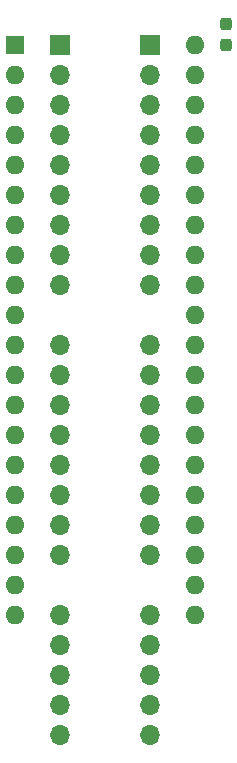
<source format=gbr>
G04 #@! TF.GenerationSoftware,KiCad,Pcbnew,9.0.6-9.0.6~ubuntu25.10.1*
G04 #@! TF.CreationDate,2025-12-24T13:55:13+09:00*
G04 #@! TF.ProjectId,bionic-dct11,62696f6e-6963-42d6-9463-7431312e6b69,1*
G04 #@! TF.SameCoordinates,Original*
G04 #@! TF.FileFunction,Soldermask,Bot*
G04 #@! TF.FilePolarity,Negative*
%FSLAX46Y46*%
G04 Gerber Fmt 4.6, Leading zero omitted, Abs format (unit mm)*
G04 Created by KiCad (PCBNEW 9.0.6-9.0.6~ubuntu25.10.1) date 2025-12-24 13:55:13*
%MOMM*%
%LPD*%
G01*
G04 APERTURE LIST*
G04 Aperture macros list*
%AMRoundRect*
0 Rectangle with rounded corners*
0 $1 Rounding radius*
0 $2 $3 $4 $5 $6 $7 $8 $9 X,Y pos of 4 corners*
0 Add a 4 corners polygon primitive as box body*
4,1,4,$2,$3,$4,$5,$6,$7,$8,$9,$2,$3,0*
0 Add four circle primitives for the rounded corners*
1,1,$1+$1,$2,$3*
1,1,$1+$1,$4,$5*
1,1,$1+$1,$6,$7*
1,1,$1+$1,$8,$9*
0 Add four rect primitives between the rounded corners*
20,1,$1+$1,$2,$3,$4,$5,0*
20,1,$1+$1,$4,$5,$6,$7,0*
20,1,$1+$1,$6,$7,$8,$9,0*
20,1,$1+$1,$8,$9,$2,$3,0*%
G04 Aperture macros list end*
%ADD10R,1.600000X1.600000*%
%ADD11O,1.600000X1.600000*%
%ADD12R,1.700000X1.700000*%
%ADD13O,1.700000X1.700000*%
%ADD14RoundRect,0.237500X0.237500X-0.300000X0.237500X0.300000X-0.237500X0.300000X-0.237500X-0.300000X0*%
G04 APERTURE END LIST*
D10*
X106080000Y-75080000D03*
D11*
X106080000Y-77620000D03*
X106080000Y-80160000D03*
X106080000Y-82700000D03*
X106080000Y-85240000D03*
X106080000Y-87780000D03*
X106080000Y-90320000D03*
X106080000Y-92860000D03*
X106080000Y-95400000D03*
X106080000Y-97940000D03*
X106080000Y-100480000D03*
X106080000Y-103020000D03*
X106080000Y-105560000D03*
X106080000Y-108100000D03*
X106080000Y-110640000D03*
X106080000Y-113180000D03*
X106080000Y-115720000D03*
X106080000Y-118260000D03*
X106080000Y-120800000D03*
X106080000Y-123340000D03*
X121320000Y-123340000D03*
X121320000Y-120800000D03*
X121320000Y-118260000D03*
X121320000Y-115720000D03*
X121320000Y-113180000D03*
X121320000Y-110640000D03*
X121320000Y-108100000D03*
X121320000Y-105560000D03*
X121320000Y-103020000D03*
X121320000Y-100480000D03*
X121320000Y-97940000D03*
X121320000Y-95400000D03*
X121320000Y-92860000D03*
X121320000Y-90320000D03*
X121320000Y-87780000D03*
X121320000Y-85240000D03*
X121320000Y-82700000D03*
X121320000Y-80160000D03*
X121320000Y-77620000D03*
X121320000Y-75080000D03*
D12*
X109890000Y-75080000D03*
D13*
X109890000Y-77620000D03*
X109890000Y-80160000D03*
X109890000Y-82700000D03*
X109890000Y-85240000D03*
X109890000Y-87780000D03*
X109890000Y-90320000D03*
X109890000Y-92860000D03*
X109890000Y-95400000D03*
X109890000Y-100480000D03*
X109890000Y-103020000D03*
X109890000Y-105560000D03*
X109890000Y-108100000D03*
X109890000Y-110640000D03*
X109890000Y-113180000D03*
X109890000Y-115720000D03*
X109890000Y-118260000D03*
X109890000Y-123340000D03*
X109890000Y-125880000D03*
X109890000Y-128420000D03*
X109890000Y-130960000D03*
X109890000Y-133500000D03*
X117510000Y-133500000D03*
X117510000Y-130960000D03*
X117510000Y-128420000D03*
X117510000Y-125880000D03*
X117510000Y-123340000D03*
X117510000Y-118260000D03*
X117510000Y-115720000D03*
X117510000Y-113180000D03*
X117510000Y-110640000D03*
X117510000Y-108100000D03*
X117510000Y-105560000D03*
X117510000Y-103020000D03*
X117510000Y-100480000D03*
X117510000Y-95400000D03*
X117510000Y-92860000D03*
X117510000Y-90320000D03*
X117510000Y-87780000D03*
X117510000Y-85240000D03*
X117510000Y-82700000D03*
X117510000Y-80160000D03*
X117510000Y-77620000D03*
D12*
X117510000Y-75080000D03*
D14*
X123910800Y-75080000D03*
X123910800Y-73355000D03*
M02*

</source>
